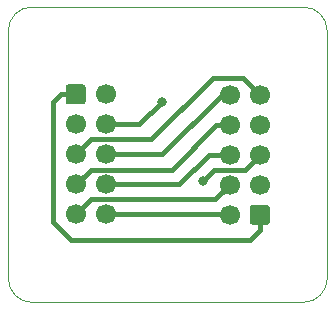
<source format=gbr>
G04 #@! TF.GenerationSoftware,KiCad,Pcbnew,5.1.6-c6e7f7d~86~ubuntu20.04.1*
G04 #@! TF.CreationDate,2020-05-16T23:21:58+03:00*
G04 #@! TF.ProjectId,TC2050-OOPS,54433230-3530-42d4-9f4f-50532e6b6963,v1.0*
G04 #@! TF.SameCoordinates,Original*
G04 #@! TF.FileFunction,Copper,L1,Top*
G04 #@! TF.FilePolarity,Positive*
%FSLAX46Y46*%
G04 Gerber Fmt 4.6, Leading zero omitted, Abs format (unit mm)*
G04 Created by KiCad (PCBNEW 5.1.6-c6e7f7d~86~ubuntu20.04.1) date 2020-05-16 23:21:58*
%MOMM*%
%LPD*%
G01*
G04 APERTURE LIST*
G04 #@! TA.AperFunction,Profile*
%ADD10C,0.050000*%
G04 #@! TD*
G04 #@! TA.AperFunction,ComponentPad*
%ADD11C,1.700000*%
G04 #@! TD*
G04 #@! TA.AperFunction,ViaPad*
%ADD12C,0.800000*%
G04 #@! TD*
G04 #@! TA.AperFunction,Conductor*
%ADD13C,0.400000*%
G04 #@! TD*
G04 APERTURE END LIST*
D10*
X74000000Y-49000000D02*
G75*
G02*
X76000000Y-51000000I0J-2000000D01*
G01*
X76000000Y-72000000D02*
G75*
G02*
X74000000Y-74000000I-2000000J0D01*
G01*
X51000000Y-74000000D02*
G75*
G02*
X49000000Y-72000000I0J2000000D01*
G01*
X49000000Y-51000000D02*
G75*
G02*
X51000000Y-49000000I2000000J0D01*
G01*
X74000000Y-49000000D02*
X51000000Y-49000000D01*
X76000000Y-72000000D02*
X76000000Y-51000000D01*
X51000000Y-74000000D02*
X74000000Y-74000000D01*
X49000000Y-51000000D02*
X49000000Y-72000000D01*
D11*
X57240000Y-66560000D03*
X57240000Y-64020000D03*
X57240000Y-61480000D03*
X57240000Y-58940000D03*
X57240000Y-56400000D03*
X54700000Y-66560000D03*
X54700000Y-64020000D03*
X54700000Y-61480000D03*
X54700000Y-58940000D03*
G04 #@! TA.AperFunction,ComponentPad*
G36*
G01*
X53850000Y-57000000D02*
X53850000Y-55800000D01*
G75*
G02*
X54100000Y-55550000I250000J0D01*
G01*
X55300000Y-55550000D01*
G75*
G02*
X55550000Y-55800000I0J-250000D01*
G01*
X55550000Y-57000000D01*
G75*
G02*
X55300000Y-57250000I-250000J0D01*
G01*
X54100000Y-57250000D01*
G75*
G02*
X53850000Y-57000000I0J250000D01*
G01*
G37*
G04 #@! TD.AperFunction*
X67760000Y-56440000D03*
X67760000Y-58980000D03*
X67760000Y-61520000D03*
X67760000Y-64060000D03*
X67760000Y-66600000D03*
X70300000Y-56440000D03*
X70300000Y-58980000D03*
X70300000Y-61520000D03*
X70300000Y-64060000D03*
G04 #@! TA.AperFunction,ComponentPad*
G36*
G01*
X71150000Y-66000000D02*
X71150000Y-67200000D01*
G75*
G02*
X70900000Y-67450000I-250000J0D01*
G01*
X69700000Y-67450000D01*
G75*
G02*
X69450000Y-67200000I0J250000D01*
G01*
X69450000Y-66000000D01*
G75*
G02*
X69700000Y-65750000I250000J0D01*
G01*
X70900000Y-65750000D01*
G75*
G02*
X71150000Y-66000000I0J-250000D01*
G01*
G37*
G04 #@! TD.AperFunction*
D12*
X62000000Y-57000000D03*
X65500000Y-63700000D03*
D13*
X67060000Y-56440000D02*
X67760000Y-56440000D01*
X57240000Y-61480000D02*
X62020000Y-61480000D01*
X62020000Y-61480000D02*
X67060000Y-56440000D01*
X61096399Y-60203601D02*
X66300000Y-55000000D01*
X68860000Y-55000000D02*
X70300000Y-56440000D01*
X66300000Y-55000000D02*
X68860000Y-55000000D01*
X54700000Y-61480000D02*
X55976399Y-60203601D01*
X55976399Y-60203601D02*
X61096399Y-60203601D01*
X66620000Y-58980000D02*
X67760000Y-58980000D01*
X54700000Y-64020000D02*
X55963601Y-62756399D01*
X62843601Y-62756399D02*
X66620000Y-58980000D01*
X55963601Y-62756399D02*
X62843601Y-62756399D01*
X60060000Y-58940000D02*
X62000000Y-57000000D01*
X57240000Y-58940000D02*
X60060000Y-58940000D01*
X65980000Y-61520000D02*
X67760000Y-61520000D01*
X57240000Y-64020000D02*
X63480000Y-64020000D01*
X63480000Y-64020000D02*
X65980000Y-61520000D01*
X66416399Y-62783601D02*
X65899999Y-63300001D01*
X65899999Y-63300001D02*
X65500000Y-63700000D01*
X69036399Y-62783601D02*
X66416399Y-62783601D01*
X70300000Y-61520000D02*
X69036399Y-62783601D01*
X55563599Y-65696401D02*
X54700000Y-66560000D01*
X55976399Y-65283601D02*
X55563599Y-65696401D01*
X66536399Y-65283601D02*
X55976399Y-65283601D01*
X67760000Y-64060000D02*
X66536399Y-65283601D01*
X67720000Y-66560000D02*
X67760000Y-66600000D01*
X57240000Y-66560000D02*
X67720000Y-66560000D01*
X70300000Y-67863600D02*
X69463600Y-68700000D01*
X52800000Y-57036400D02*
X53436400Y-56400000D01*
X54300000Y-68700000D02*
X52800000Y-67200000D01*
X53436400Y-56400000D02*
X54700000Y-56400000D01*
X70300000Y-66600000D02*
X70300000Y-67863600D01*
X69463600Y-68700000D02*
X54300000Y-68700000D01*
X52800000Y-67200000D02*
X52800000Y-57036400D01*
M02*

</source>
